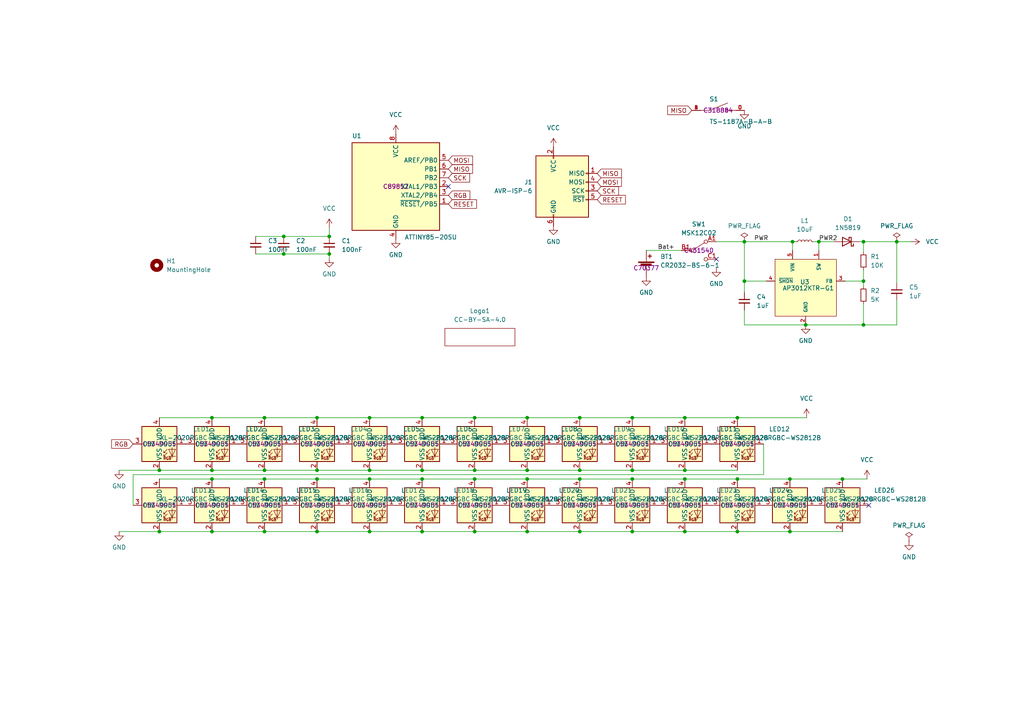
<source format=kicad_sch>
(kicad_sch (version 20211123) (generator eeschema)
  (paper "A4")
  (title_block (title "Blinky Heart") (date "2023-02-05") (rev "v1.0.0") (company "Tweety's Wild Thinking") (comment 1 "Markus Knutsson <markus.knutsson@tweety.se>") (comment 2 "https://github.com/TweetyDaBird") (comment 3 "Licensed under Creative Commons BY-SA 4.0 International "))
  (lib_symbols
    (symbol "AP3012KTR-G1:AP3012KTR-G1" (pin_names (offset 1.016))
      (property "Reference" "U" (at -10.16 11.43 0))
      (property "Value" "AP3012KTR-G1" (at -7.62 -1.27 0))
      (symbol "AP3012KTR-G1_0_0"
        (rectangle (start -8.89 10.16) (end 8.89 -6.35) (stroke (width 0.1524)) (fill (type background)))
        (pin passive line (at 3.81 12.7 270) (length 2.54) (name "SW") (number "1"))
        (pin power_in line (at 0 -8.89 90) (length 2.54) (name "GND") (number "2"))
        (pin input line (at 11.43 3.81 180) (length 2.54) (name "FB") (number "3"))
        (pin input line (at -11.43 3.81 0) (length 2.54) (name "~{SHDN}") (number "4"))
        (pin power_in line (at -3.81 12.7 270) (length 2.54) (name "VIN") (number "5"))
      )
    )
    (symbol "Connector:AVR-ISP-6" (pin_names (offset 1.016))
      (property "Reference" "J" (at -6.35 11.43 0))
      (property "Value" "AVR-ISP-6" (at 0 11.43 0))
      (symbol "AVR-ISP-6_0_1"
        (rectangle (start -2.667 -6.858) (end -2.413 -7.62))
        (rectangle (start -2.667 10.16) (end -2.413 9.398))
        (rectangle (start 7.62 -2.413) (end 6.858 -2.667))
        (rectangle (start 7.62 0.127) (end 6.858 -0.127))
        (rectangle (start 7.62 2.667) (end 6.858 2.413))
        (rectangle (start 7.62 5.207) (end 6.858 4.953))
        (rectangle (start 7.62 10.16) (end -7.62 -7.62) (stroke (width 0.254)) (fill (type background)))
      )
      (symbol "AVR-ISP-6_1_1"
        (pin passive line (at 10.16 5.08 180) (length 2.54) (name "MISO") (number "1"))
        (pin passive line (at -2.54 12.7 270) (length 2.54) (name "VCC") (number "2"))
        (pin passive line (at 10.16 0 180) (length 2.54) (name "SCK") (number "3"))
        (pin passive line (at 10.16 2.54 180) (length 2.54) (name "MOSI") (number "4"))
        (pin passive line (at 10.16 -2.54 180) (length 2.54) (name "~{RST}") (number "5"))
        (pin passive line (at -2.54 -10.16 90) (length 2.54) (name "GND") (number "6"))
      )
    )
    (symbol "Device:C_Small" (pin_numbers hide) (pin_names (offset 0.254) hide)
      (property "Reference" "C" (at 0.254 1.778 0))
      (property "Value" "C_Small" (at 0.254 -2.032 0))
      (symbol "C_Small_0_1"
        (polyline (pts (xy -1.524 -0.508) (xy 1.524 -0.508)) (stroke (width 0.3302)))
        (polyline (pts (xy -1.524 0.508) (xy 1.524 0.508)) (stroke (width 0.3048)))
      )
      (symbol "C_Small_1_1"
        (pin passive line (at 0 2.54 270) (length 2.032) (name "~") (number "1"))
        (pin passive line (at 0 -2.54 90) (length 2.032) (name "~") (number "2"))
      )
    )
    (symbol "Device:L_Small" (pin_numbers hide) (pin_names (offset 0.254) hide)
      (property "Reference" "L" (at 0.762 1.016 0))
      (property "Value" "L_Small" (at 0.762 -1.016 0))
      (symbol "L_Small_0_1"
        (arc (start 0 -2.032) (mid 0.508 -1.524) (end 0 -1.016))
        (arc (start 0 -1.016) (mid 0.508 -0.508) (end 0 0))
        (arc (start 0 0) (mid 0.508 0.508) (end 0 1.016))
        (arc (start 0 1.016) (mid 0.508 1.524) (end 0 2.032))
      )
      (symbol "L_Small_1_1"
        (pin passive line (at 0 2.54 270) (length 0.508) (name "~") (number "1"))
        (pin passive line (at 0 -2.54 90) (length 0.508) (name "~") (number "2"))
      )
    )
    (symbol "Device:R_Small" (pin_numbers hide) (pin_names (offset 0.254) hide)
      (property "Reference" "R" (at 0.762 0.508 0))
      (property "Value" "R_Small" (at 0.762 -1.016 0))
      (symbol "R_Small_0_1"
        (rectangle (start -0.762 1.778) (end 0.762 -1.778) (stroke (width 0.2032)))
      )
      (symbol "R_Small_1_1"
        (pin passive line (at 0 2.54 270) (length 0.762) (name "~") (number "1"))
        (pin passive line (at 0 -2.54 90) (length 0.762) (name "~") (number "2"))
      )
    )
    (symbol "Diode:1N5819" (pin_numbers hide) (pin_names (offset 1.016) hide)
      (property "Reference" "D" (at 0 2.54 0))
      (property "Value" "1N5819" (at 0 -2.54 0))
      (symbol "1N5819_0_1"
        (polyline (pts (xy 1.27 0) (xy -1.27 0)))
        (polyline (pts (xy 1.27 1.27) (xy 1.27 -1.27) (xy -1.27 0) (xy 1.27 1.27)) (stroke (width 0.254)))
        (polyline (pts (xy -1.905 0.635) (xy -1.905 1.27) (xy -1.27 1.27) (xy -1.27 -1.27) (xy -0.635 -1.27) (xy -0.635 -0.635)) (stroke (width 0.254)))
      )
      (symbol "1N5819_1_1"
        (pin passive line (at -3.81 0 0) (length 2.54) (name "K") (number "1"))
        (pin passive line (at 3.81 0 180) (length 2.54) (name "A") (number "2"))
      )
    )
    (symbol "LCSC Parts:ATtiny25V-10S"
      (property "Reference" "U" (at -12.7 13.97 0))
      (property "Value" "ATtiny25V-10S" (at 2.54 -13.97 0))
      (property "LCSC" "C152192" (at 0 0 0))
      (symbol "ATtiny25V-10S_0_1"
        (rectangle (start -12.7 -12.7) (end 12.7 12.7) (stroke (width 0.254)) (fill (type background)))
      )
      (symbol "ATtiny25V-10S_1_1"
        (pin bidirectional line (at 15.24 -5.08 180) (length 2.54) (name "~{RESET}/PB5") (number "1"))
        (pin bidirectional line (at 15.24 0 180) (length 2.54) (name "XTAL1/PB3") (number "2"))
        (pin bidirectional line (at 15.24 -2.54 180) (length 2.54) (name "XTAL2/PB4") (number "3"))
        (pin power_in line (at 0 -15.24 90) (length 2.54) (name "GND") (number "4"))
        (pin bidirectional line (at 15.24 7.62 180) (length 2.54) (name "AREF/PB0") (number "5"))
        (pin bidirectional line (at 15.24 5.08 180) (length 2.54) (name "PB1") (number "6"))
        (pin bidirectional line (at 15.24 2.54 180) (length 2.54) (name "PB2") (number "7"))
        (pin power_in line (at 0 15.24 270) (length 2.54) (name "VCC") (number "8"))
      )
    )
    (symbol "LCSC Parts:CR2032-BS-6-1" (pin_numbers hide) (pin_names (offset 0) hide)
      (property "Reference" "BT1" (at 4.064 3.3021 0))
      (property "Value" "CR2032-BS-6-1" (at 4.064 0.7621 0))
      (property "LCSC" "C70377" (at 0 0 0))
      (symbol "CR2032-BS-6-1_0_1"
        (rectangle (start -2.286 1.778) (end 2.286 1.524) (fill (type outline)))
        (rectangle (start -1.5748 1.1938) (end 1.4732 0.6858) (fill (type outline)))
        (polyline (pts (xy 0 0.762) (xy 0 0)))
        (polyline (pts (xy 0 1.778) (xy 0 2.54)))
        (polyline (pts (xy 0.508 3.429) (xy 1.524 3.429)) (stroke (width 0.254)))
        (polyline (pts (xy 1.016 3.937) (xy 1.016 2.921)) (stroke (width 0.254)))
      )
      (symbol "CR2032-BS-6-1_1_1"
        (pin passive line (at 0 5.08 270) (length 2.54) (name "+") (number "1"))
        (pin passive line (at 0 -2.54 90) (length 2.54) (name "-") (number "2"))
      )
    )
    (symbol "LCSC Parts:MSK12C02" (pin_names (offset 0) hide)
      (property "Reference" "SW" (at 0 7.62 0))
      (property "Value" "MSK12C02" (at 0 5.08 0))
      (property "LCSC" "C431540" (at 0 0 0))
      (symbol "MSK12C02_0_0"
        (circle (center -2.032 0) (radius 0.508))
        (circle (center 2.032 -2.54) (radius 0.508))
      )
      (symbol "MSK12C02_0_1"
        (polyline (pts (xy -1.524 0.254) (xy 1.651 2.286)))
        (circle (center 2.032 2.54) (radius 0.508))
      )
      (symbol "MSK12C02_1_1"
        (pin passive line (at 5.08 2.54 180) (length 2.54) (name "A") (number "A1"))
        (pin passive line (at -5.08 0 0) (length 2.54) (name "COM") (number "B1"))
        (pin passive line (at 5.08 -2.54 180) (length 2.54) (name "C1") (number "C1"))
        (pin power_in line (at 5.08 -5.08 180) (length 2.54) hide (name "GND") (number "MP"))
      )
    )
    (symbol "LCSC Parts:TS-1187A-B-A-B" (pin_names (offset 1.016))
      (property "Reference" "S" (at -2.54 2.54 0))
      (property "Value" "TS-1187A-B-A-B" (at -2.54 -2.54 0))
      (property "LCSC" "C318884" (at 0 0 0))
      (symbol "TS-1187A-B-A-B_0_0"
        (polyline (pts (xy -2.54 0) (xy -5.08 0)) (stroke (width 0.1524)))
        (polyline (pts (xy -2.54 0) (xy 2.794 2.1336)) (stroke (width 0.1524)))
        (polyline (pts (xy 5.08 0) (xy 2.921 0)) (stroke (width 0.1524)))
        (circle (center 2.54 0) (radius 0.3302) (stroke (width 0.1524)))
        (pin passive line (at -7.62 0 0) (length 2.54) (name "~") (number "A"))
        (pin passive line (at -7.62 0 0) (length 2.54) (name "~") (number "B"))
        (pin passive line (at 7.62 0 180) (length 2.54) (name "~") (number "C"))
        (pin passive line (at 7.62 0 180) (length 2.54) (name "~") (number "D"))
      )
    )
    (symbol "LCSC Parts:XL-2020RGBC-WS2812B" (pin_names (offset 0.254))
      (property "Reference" "LED9" (at 12.192 4.3307 0))
      (property "Value" "XL-2020RGBC-WS2812B" (at 12.192 1.7907 0))
      (property "LCSC" "C5349955" (at 0 0 0))
      (symbol "XL-2020RGBC-WS2812B_0_0"
        (text "RGB" (at 2.286 -4.191 0) (effects (font (size 0.762 0.762))))
      )
      (symbol "XL-2020RGBC-WS2812B_0_1"
        (polyline (pts (xy 1.27 -3.556) (xy 1.778 -3.556)))
        (polyline (pts (xy 1.27 -2.54) (xy 1.778 -2.54)))
        (polyline (pts (xy 4.699 -3.556) (xy 2.667 -3.556)))
        (polyline (pts (xy 2.286 -2.54) (xy 1.27 -3.556) (xy 1.27 -3.048)))
        (polyline (pts (xy 2.286 -1.524) (xy 1.27 -2.54) (xy 1.27 -2.032)))
        (polyline (pts (xy 3.683 -1.016) (xy 3.683 -3.556) (xy 3.683 -4.064)))
        (polyline (pts (xy 4.699 -1.524) (xy 2.667 -1.524) (xy 3.683 -3.556) (xy 4.699 -1.524)))
        (rectangle (start 5.08 5.08) (end -5.08 -5.08) (stroke (width 0.254)) (fill (type background)))
      )
      (symbol "XL-2020RGBC-WS2812B_1_1"
        (pin output line (at 7.62 0 180) (length 2.54) (name "DOUT") (number "1"))
        (pin power_in line (at 0 -7.62 90) (length 2.54) (name "VSS") (number "2"))
        (pin input line (at -7.62 0 0) (length 2.54) (name "DIN") (number "3"))
        (pin power_in line (at 0 7.62 270) (length 2.54) (name "VDD") (number "4"))
      )
    )
    (symbol "Logotypes:CC-BY-SA-4.0" (pin_names (offset 1.016))
      (property "Reference" "Logo" (at 0 1.27 0))
      (property "Value" "CC-BY-SA-4.0" (at 0 -1.27 0))
      (symbol "CC-BY-SA-4.0_0_1"
        (rectangle (start -10.16 2.54) (end 10.16 -2.54))
      )
    )
    (symbol "Mechanical:MountingHole" (pin_names (offset 1.016))
      (property "Reference" "H" (at 0 5.08 0))
      (property "Value" "MountingHole" (at 0 3.175 0))
      (symbol "MountingHole_0_1"
        (circle (center 0 0) (radius 1.27) (stroke (width 1.27)))
      )
    )
    (symbol "power:GND" (power) (pin_names (offset 0))
      (property "Value" "GND" (at 0 -3.81 0))
      (symbol "GND_0_1"
        (polyline (pts (xy 0 0) (xy 0 -1.27) (xy 1.27 -1.27) (xy 0 -2.54) (xy -1.27 -1.27) (xy 0 -1.27)))
      )
      (symbol "GND_1_1"
        (pin power_in line (at 0 0 270) (length 0) hide (name "GND") (number "1"))
      )
    )
    (symbol "power:PWR_FLAG" (power) (pin_numbers hide) (pin_names (offset 0) hide)
      (property "Value" "PWR_FLAG" (at 0 3.81 0))
      (symbol "PWR_FLAG_0_0"
        (pin power_out line (at 0 0 90) (length 0) (name "pwr") (number "1"))
      )
      (symbol "PWR_FLAG_0_1"
        (polyline (pts (xy 0 0) (xy 0 1.27) (xy -1.016 1.905) (xy 0 2.54) (xy 1.016 1.905) (xy 0 1.27)))
      )
    )
    (symbol "power:VCC" (power) (pin_names (offset 0))
      (property "Value" "VCC" (at 0 3.81 0))
      (symbol "VCC_0_1"
        (polyline (pts (xy -0.762 1.27) (xy 0 2.54)))
        (polyline (pts (xy 0 0) (xy 0 2.54)))
        (polyline (pts (xy 0 2.54) (xy 0.762 1.27)))
      )
      (symbol "VCC_1_1"
        (pin power_in line (at 0 0 90) (length 0) hide (name "VCC") (number "1"))
      )
    )
  )
  (junction (at 61.468 136.398))
  (junction (at 168.148 138.938))
  (junction (at 260.096 70.104))
  (junction (at 137.668 138.938))
  (junction (at 229.87 70.104))
  (junction (at 213.868 121.158))
  (junction (at 152.908 121.158))
  (junction (at 82.296 68.58))
  (junction (at 183.388 121.158))
  (junction (at 215.9 81.534))
  (junction (at 152.908 138.938))
  (junction (at 61.468 138.938))
  (junction (at 107.188 138.938))
  (junction (at 46.228 136.398))
  (junction (at 76.708 154.178))
  (junction (at 61.468 154.178))
  (junction (at 233.68 94.234))
  (junction (at 213.868 154.178))
  (junction (at 95.504 68.58))
  (junction (at 168.148 136.398))
  (junction (at 229.108 138.938))
  (junction (at 76.708 138.938))
  (junction (at 122.428 138.938))
  (junction (at 183.388 138.938))
  (junction (at 107.188 121.158))
  (junction (at 198.628 138.938))
  (junction (at 229.108 154.178))
  (junction (at 122.428 121.158))
  (junction (at 46.228 154.178))
  (junction (at 250.444 81.534))
  (junction (at 244.348 138.938))
  (junction (at 61.468 121.158))
  (junction (at 168.148 121.158))
  (junction (at 168.148 154.178))
  (junction (at 198.628 136.398))
  (junction (at 82.296 73.66))
  (junction (at 137.668 154.178))
  (junction (at 76.708 121.158))
  (junction (at 250.444 94.234))
  (junction (at 122.428 154.178))
  (junction (at 91.948 121.158))
  (junction (at 215.9 70.104))
  (junction (at 95.504 73.66))
  (junction (at 198.628 121.158))
  (junction (at 183.388 154.178))
  (junction (at 91.948 138.938))
  (junction (at 91.948 154.178))
  (junction (at 91.948 136.398))
  (junction (at 107.188 136.398))
  (junction (at 183.388 136.398))
  (junction (at 152.908 136.398))
  (junction (at 198.628 154.178))
  (junction (at 122.428 136.398))
  (junction (at 107.188 154.178))
  (junction (at 213.868 138.938))
  (junction (at 76.708 136.398))
  (junction (at 137.668 136.398))
  (junction (at 152.908 154.178))
  (junction (at 137.668 121.158))
  (junction (at 237.49 70.104))
  (junction (at 250.444 70.104))
  (no_connect (at 251.968 146.558))
  (no_connect (at 130.048 54.102))
  (no_connect (at 207.772 75.184))
  (wire (pts (xy 168.148 154.178) (xy 183.388 154.178)))
  (wire (pts (xy 168.148 121.158) (xy 183.388 121.158)))
  (wire (pts (xy 183.388 138.938) (xy 198.628 138.938)))
  (wire (pts (xy 137.668 138.938) (xy 152.908 138.938)))
  (wire (pts (xy 137.668 121.158) (xy 152.908 121.158)))
  (wire (pts (xy 74.168 73.66) (xy 82.296 73.66)))
  (wire (pts (xy 61.468 154.178) (xy 76.708 154.178)))
  (wire (pts (xy 152.908 138.938) (xy 168.148 138.938)))
  (wire (pts (xy 230.886 70.104) (xy 229.87 70.104)))
  (wire (pts (xy 91.948 136.398) (xy 107.188 136.398)))
  (wire (pts (xy 74.168 68.58) (xy 82.296 68.58)))
  (wire (pts (xy 46.228 154.178) (xy 61.468 154.178)))
  (wire (pts (xy 107.188 136.398) (xy 122.428 136.398)))
  (wire (pts (xy 215.9 89.916) (xy 215.9 94.234)))
  (wire (pts (xy 250.444 70.104) (xy 260.096 70.104)))
  (wire (pts (xy 76.708 138.938) (xy 91.948 138.938)))
  (wire (pts (xy 260.096 70.104) (xy 264.16 70.104)))
  (wire (pts (xy 91.948 121.158) (xy 107.188 121.158)))
  (wire (pts (xy 233.934 121.158) (xy 213.868 121.158)))
  (wire (pts (xy 183.388 136.398) (xy 198.628 136.398)))
  (wire (pts (xy 46.228 121.158) (xy 61.468 121.158)))
  (wire (pts (xy 95.504 74.93) (xy 95.504 73.66)))
  (wire (pts (xy 237.49 70.104) (xy 241.808 70.104)))
  (wire (pts (xy 34.544 136.398) (xy 46.228 136.398)))
  (wire (pts (xy 137.668 136.398) (xy 152.908 136.398)))
  (wire (pts (xy 152.908 154.178) (xy 168.148 154.178)))
  (wire (pts (xy 107.188 138.938) (xy 122.428 138.938)))
  (wire (pts (xy 229.87 70.104) (xy 229.87 72.644)))
  (wire (pts (xy 107.188 121.158) (xy 122.428 121.158)))
  (wire (pts (xy 233.68 94.234) (xy 250.444 94.234)))
  (wire (pts (xy 168.148 136.398) (xy 183.388 136.398)))
  (wire (pts (xy 237.49 70.104) (xy 235.966 70.104)))
  (wire (pts (xy 215.9 81.534) (xy 222.25 81.534)))
  (wire (pts (xy 213.868 154.178) (xy 229.108 154.178)))
  (wire (pts (xy 213.868 138.938) (xy 229.108 138.938)))
  (wire (pts (xy 137.668 154.178) (xy 152.908 154.178)))
  (wire (pts (xy 250.444 70.104) (xy 250.444 73.152)))
  (wire (pts (xy 221.488 128.778) (xy 221.488 137.668)))
  (wire (pts (xy 260.096 94.234) (xy 260.096 87.122)))
  (wire (pts (xy 187.452 72.644) (xy 197.612 72.644)))
  (wire (pts (xy 250.444 94.234) (xy 260.096 94.234)))
  (wire (pts (xy 152.908 136.398) (xy 168.148 136.398)))
  (wire (pts (xy 183.388 121.158) (xy 198.628 121.158)))
  (wire (pts (xy 122.428 138.938) (xy 137.668 138.938)))
  (wire (pts (xy 34.544 154.178) (xy 46.228 154.178)))
  (wire (pts (xy 61.468 138.938) (xy 76.708 138.938)))
  (wire (pts (xy 215.9 94.234) (xy 233.68 94.234)))
  (wire (pts (xy 76.708 136.398) (xy 91.948 136.398)))
  (wire (pts (xy 245.11 81.534) (xy 250.444 81.534)))
  (wire (pts (xy 91.948 138.938) (xy 107.188 138.938)))
  (wire (pts (xy 152.908 121.158) (xy 168.148 121.158)))
  (wire (pts (xy 215.9 84.836) (xy 215.9 81.534)))
  (wire (pts (xy 76.708 154.178) (xy 91.948 154.178)))
  (wire (pts (xy 250.444 81.534) (xy 250.444 83.058)))
  (wire (pts (xy 198.628 121.158) (xy 213.868 121.158)))
  (wire (pts (xy 46.228 138.938) (xy 61.468 138.938)))
  (wire (pts (xy 76.708 121.158) (xy 91.948 121.158)))
  (wire (pts (xy 250.444 78.232) (xy 250.444 81.534)))
  (wire (pts (xy 250.444 88.138) (xy 250.444 94.234)))
  (wire (pts (xy 95.504 66.04) (xy 95.504 68.58)))
  (wire (pts (xy 251.46 138.938) (xy 244.348 138.938)))
  (wire (pts (xy 237.49 70.104) (xy 237.49 72.644)))
  (wire (pts (xy 198.628 154.178) (xy 213.868 154.178)))
  (wire (pts (xy 260.096 70.104) (xy 260.096 82.042)))
  (wire (pts (xy 82.296 68.58) (xy 95.504 68.58)))
  (wire (pts (xy 249.428 70.104) (xy 250.444 70.104)))
  (wire (pts (xy 215.9 70.104) (xy 229.87 70.104)))
  (wire (pts (xy 168.148 138.938) (xy 183.388 138.938)))
  (wire (pts (xy 198.628 138.938) (xy 213.868 138.938)))
  (wire (pts (xy 229.108 154.178) (xy 244.348 154.178)))
  (wire (pts (xy 38.608 137.668) (xy 38.608 146.558)))
  (wire (pts (xy 61.468 136.398) (xy 76.708 136.398)))
  (wire (pts (xy 229.108 138.938) (xy 244.348 138.938)))
  (wire (pts (xy 61.468 121.158) (xy 76.708 121.158)))
  (wire (pts (xy 122.428 121.158) (xy 137.668 121.158)))
  (wire (pts (xy 91.948 154.178) (xy 107.188 154.178)))
  (wire (pts (xy 122.428 154.178) (xy 137.668 154.178)))
  (wire (pts (xy 82.296 73.66) (xy 95.504 73.66)))
  (wire (pts (xy 221.488 137.668) (xy 38.608 137.668)))
  (wire (pts (xy 207.772 70.104) (xy 215.9 70.104)))
  (wire (pts (xy 122.428 136.398) (xy 137.668 136.398)))
  (wire (pts (xy 183.388 154.178) (xy 198.628 154.178)))
  (wire (pts (xy 198.628 136.398) (xy 213.868 136.398)))
  (wire (pts (xy 215.9 81.534) (xy 215.9 70.104)))
  (wire (pts (xy 46.228 136.398) (xy 61.468 136.398)))
  (wire (pts (xy 107.188 154.178) (xy 122.428 154.178)))
  (label "Bat+" (at 190.754 72.644 0))
  (label "PWR" (at 218.6884 70.104 0))
  (label "PWR2" (at 237.49 70.104 0))
  (global_label "SCK" (shape input) (at 130.048 51.562 0) (property "Intersheet References" "${INTERSHEET_REFS}" (effects hide)))
  (global_label "MOSI" (shape input) (at 173.228 52.832 0) (property "Intersheet References" "${INTERSHEET_REFS}" (effects hide)))
  (global_label "MISO" (shape input) (at 173.228 50.292 0) (property "Intersheet References" "${INTERSHEET_REFS}" (effects hide)))
  (global_label "RGB" (shape input) (at 38.608 128.778 180) (property "Intersheet References" "${INTERSHEET_REFS}" (effects hide)))
  (global_label "SCK" (shape input) (at 173.228 55.372 0) (property "Intersheet References" "${INTERSHEET_REFS}" (effects hide)))
  (global_label "RESET" (shape input) (at 130.048 59.182 0) (property "Intersheet References" "${INTERSHEET_REFS}" (effects hide)))
  (global_label "RGB" (shape input) (at 130.048 56.642 0) (property "Intersheet References" "${INTERSHEET_REFS}" (effects hide)))
  (global_label "MOSI" (shape input) (at 130.048 46.482 0) (property "Intersheet References" "${INTERSHEET_REFS}" (effects hide)))
  (global_label "MISO" (shape input) (at 200.66 32.004 180) (property "Intersheet References" "${INTERSHEET_REFS}" (effects hide)))
  (global_label "MISO" (shape input) (at 130.048 49.022 0) (property "Intersheet References" "${INTERSHEET_REFS}" (effects hide)))
  (global_label "RESET" (shape input) (at 173.228 57.912 0) (property "Intersheet References" "${INTERSHEET_REFS}" (effects hide)))
  (symbol (lib_id "power:GND") (at 263.652 156.972 0) (unit 1)
    (property "Reference" "#PWR0113" (effects hide))
    (property "Value" "GND" (at 263.652 161.544 0))
  )
  (symbol (lib_id "LCSC Parts:XL-2020RGBC-WS2812B") (at 213.868 128.778 0) (unit 1)
    (property "Reference" "LED12" (at 226.06 124.4473 0))
    (property "Value" "XL-2020RGBC-WS2812B" (at 226.06 126.9873 0))
    (property "Footprint" "WS2812-2020:LED_WS2812-2020" (effects hide))
    (property "Datasheet" "https://datasheet.lcsc.com/lcsc/2301111010_XINGLIGHT-XL-2020RGBC-WS2812B_C5349955.pdf" (effects hide))
    (property "LCSC" "C5349955" (at 213.868 128.778 0))
  )
  (symbol (lib_id "LCSC Parts:XL-2020RGBC-WS2812B") (at 244.348 146.558 0) (unit 1)
    (property "Reference" "LED26" (at 256.54 142.2273 0))
    (property "Value" "XL-2020RGBC-WS2812B" (at 256.54 144.7673 0))
    (property "Footprint" "WS2812-2020:LED_WS2812-2020" (effects hide))
    (property "Datasheet" "https://datasheet.lcsc.com/lcsc/2301111010_XINGLIGHT-XL-2020RGBC-WS2812B_C5349955.pdf" (effects hide))
    (property "LCSC" "C5349955" (at 244.348 146.558 0))
  )
  (symbol (lib_id "power:VCC") (at 251.46 138.938 0) (unit 1)
    (property "Reference" "#PWR0109" (effects hide))
    (property "Value" "VCC" (at 251.46 133.35 0))
  )
  (symbol (lib_id "LCSC Parts:XL-2020RGBC-WS2812B") (at 122.428 146.558 0) (unit 1)
    (property "Reference" "LED18" (at 134.62 142.2273 0))
    (property "Value" "XL-2020RGBC-WS2812B" (at 134.62 144.7673 0))
    (property "Footprint" "WS2812-2020:LED_WS2812-2020" (effects hide))
    (property "Datasheet" "https://datasheet.lcsc.com/lcsc/2301111010_XINGLIGHT-XL-2020RGBC-WS2812B_C5349955.pdf" (effects hide))
    (property "LCSC" "C5349955" (at 122.428 146.558 0))
  )
  (symbol (lib_id "LCSC Parts:XL-2020RGBC-WS2812B") (at 107.188 128.778 0) (unit 1)
    (property "Reference" "LED5" (at 119.38 124.4473 0))
    (property "Value" "XL-2020RGBC-WS2812B" (at 119.38 126.9873 0))
    (property "Footprint" "WS2812-2020:LED_WS2812-2020" (effects hide))
    (property "Datasheet" "https://datasheet.lcsc.com/lcsc/2301111010_XINGLIGHT-XL-2020RGBC-WS2812B_C5349955.pdf" (effects hide))
    (property "LCSC" "C5349955" (at 107.188 128.778 0))
  )
  (symbol (lib_id "LCSC Parts:XL-2020RGBC-WS2812B") (at 213.868 146.558 0) (unit 1)
    (property "Reference" "LED24" (at 226.06 142.2273 0))
    (property "Value" "XL-2020RGBC-WS2812B" (at 226.06 144.7673 0))
    (property "Footprint" "WS2812-2020:LED_WS2812-2020" (effects hide))
    (property "Datasheet" "https://datasheet.lcsc.com/lcsc/2301111010_XINGLIGHT-XL-2020RGBC-WS2812B_C5349955.pdf" (effects hide))
    (property "LCSC" "C5349955" (at 213.868 146.558 0))
  )
  (symbol (lib_id "power:GND") (at 95.504 74.93 0) (unit 1)
    (property "Reference" "#PWR0105" (effects hide))
    (property "Value" "GND" (at 95.504 79.502 0))
  )
  (symbol (lib_id "LCSC Parts:XL-2020RGBC-WS2812B") (at 46.228 146.558 0) (unit 1)
    (property "Reference" "LED13" (at 58.42 142.2273 0))
    (property "Value" "XL-2020RGBC-WS2812B" (at 58.42 144.7673 0))
    (property "Footprint" "WS2812-2020:LED_WS2812-2020" (effects hide))
    (property "Datasheet" "https://datasheet.lcsc.com/lcsc/2301111010_XINGLIGHT-XL-2020RGBC-WS2812B_C5349955.pdf" (effects hide))
    (property "LCSC" "C5349955" (at 46.228 146.558 0))
  )
  (symbol (lib_id "power:VCC") (at 95.504 66.04 0) (unit 1)
    (property "Reference" "#PWR0106" (effects hide))
    (property "Value" "VCC" (at 95.504 60.452 0))
  )
  (symbol (lib_id "LCSC Parts:MSK12C02") (at 202.692 72.644 0) (unit 1)
    (property "Reference" "SW1" (at 202.692 65.024 0))
    (property "Value" "MSK12C02" (at 202.692 67.564 0))
    (property "Footprint" "Keyboard Common:MSK12C02" (effects hide))
    (property "LCSC" "C431540" (at 202.692 72.644 0))
  )
  (symbol (lib_id "Device:C_Small") (at 260.096 84.582 0) (unit 1)
    (property "Reference" "C5" (at 263.652 83.3182 0) (effects (justify left)))
    (property "Value" "1uF" (at 263.652 85.8582 0) (effects (justify left)))
    (property "Footprint" "Capacitor_SMD:C_0603_1608Metric_Pad1.08x0.95mm_HandSolder" (effects hide))
    (property "LCSC" "C15849" (effects hide))
  )
  (symbol (lib_id "Diode:1N5819") (at 245.618 70.104 180) (unit 1)
    (property "Reference" "D1" (at 245.9355 63.5 0))
    (property "Value" "1N5819" (at 245.9355 66.04 0))
    (property "Footprint" "Diode_SMD:D_SMA" (effects hide))
    (property "Datasheet" "http://www.vishay.com/docs/88525/1n5817.pdf" (effects hide))
    (property "LCSC" "C437199" (effects hide))
  )
  (symbol (lib_id "LCSC Parts:ATtiny25V-10S") (at 114.808 54.102 0) (unit 1)
    (property "Reference" "U1" (at 102.108 40.132 0) (effects (justify left bottom)))
    (property "Value" "ATTINY85-20SU" (at 117.348 68.072 0) (effects (justify left top)))
    (property "Footprint" "Package_SO:SOIC-8W_5.3x5.3mm_P1.27mm" (effects hide))
    (property "Datasheet" "http://ww1.microchip.com/downloads/en/DeviceDoc/atmel-2586-avr-8-bit-microcontroller-attiny25-attiny45-attiny85_datasheet.pdf" (effects hide))
    (property "LCSC" "C89852" (at 114.808 54.102 0))
  )
  (symbol (lib_id "power:GND") (at 207.772 77.724 0) (unit 1)
    (property "Reference" "#PWR02" (effects hide))
    (property "Value" "GND" (at 207.772 82.296 0))
  )
  (symbol (lib_id "Mechanical:MountingHole") (at 45.466 76.962 0) (unit 1)
    (property "Reference" "H1" (at 48.26 75.6919 0) (effects (justify left)))
    (property "Value" "MountingHole" (at 48.26 78.2319 0) (effects (justify left)))
    (property "Footprint" "MountingHole:MountingHole_3.2mm_M3" (effects hide))
  )
  (symbol (lib_id "power:VCC") (at 160.528 42.672 0) (unit 1)
    (property "Reference" "#PWR0104" (effects hide))
    (property "Value" "VCC" (at 160.528 37.084 0))
  )
  (symbol (lib_id "power:PWR_FLAG") (at 260.096 70.104 0) (unit 1)
    (property "Reference" "#FLG0103" (effects hide))
    (property "Value" "PWR_FLAG" (at 260.096 65.532 0))
  )
  (symbol (lib_id "power:VCC") (at 233.934 121.158 0) (unit 1)
    (property "Reference" "#PWR0108" (effects hide))
    (property "Value" "VCC" (at 233.934 115.57 0))
  )
  (symbol (lib_id "Device:R_Small") (at 250.444 85.598 0) (unit 1)
    (property "Reference" "R2" (at 252.476 84.3279 0) (effects (justify left)))
    (property "Value" "5K" (at 252.476 86.8679 0) (effects (justify left)))
    (property "Footprint" "Resistor_SMD:R_0603_1608Metric_Pad0.98x0.95mm_HandSolder" (effects hide))
    (property "LCSC" "C2828621" (effects hide))
  )
  (symbol (lib_id "power:VCC") (at 114.808 38.862 0) (unit 1)
    (property "Reference" "#PWR0101" (effects hide))
    (property "Value" "VCC" (at 114.808 33.274 0))
  )
  (symbol (lib_id "LCSC Parts:XL-2020RGBC-WS2812B") (at 76.708 128.778 0) (unit 1)
    (property "Reference" "LED3" (at 88.9 124.4473 0))
    (property "Value" "XL-2020RGBC-WS2812B" (at 88.9 126.9873 0))
    (property "Footprint" "WS2812-2020:LED_WS2812-2020" (effects hide))
    (property "Datasheet" "https://datasheet.lcsc.com/lcsc/2301111010_XINGLIGHT-XL-2020RGBC-WS2812B_C5349955.pdf" (effects hide))
    (property "LCSC" "C5349955" (at 76.708 128.778 0))
  )
  (symbol (lib_id "LCSC Parts:TS-1187A-B-A-B") (at 208.28 32.004 0) (unit 1)
    (property "Reference" "S1" (at 205.74 29.464 0) (effects (justify left bottom)))
    (property "Value" "TS-1187A-B-A-B" (at 205.74 34.544 0) (effects (justify left top)))
    (property "Footprint" "SW_TS-1187A-B-A-B" (effects hide))
    (property "STANDARD" "Manufacturer Recommendations" (effects hide))
    (property "MAXIMUM_PACKAGE_HEIGHT" "1.5mm" (effects hide))
    (property "PARTREV" "A0" (effects hide))
    (property "MANUFACTURER" "XKB Industrial Precision" (effects hide))
    (property "LCSC" "C318884" (at 208.28 32.004 0))
  )
  (symbol (lib_id "Connector:AVR-ISP-6") (at 163.068 55.372 0) (unit 1)
    (property "Reference" "J1" (at 154.432 52.8319 0) (effects (justify right)))
    (property "Value" "AVR-ISP-6" (at 154.432 55.3719 0) (effects (justify right)))
    (property "Footprint" "Connector_PinHeader_2.54mm:PinHeader_2x03_P2.54mm_Vertical" (effects hide))
    (property "Datasheet" " ~" (effects hide))
  )
  (symbol (lib_id "power:GND") (at 187.452 80.264 0) (unit 1)
    (property "Reference" "#PWR03" (effects hide))
    (property "Value" "GND" (at 187.452 84.836 0))
  )
  (symbol (lib_id "LCSC Parts:XL-2020RGBC-WS2812B") (at 76.708 146.558 0) (unit 1)
    (property "Reference" "LED15" (at 88.9 142.2273 0))
    (property "Value" "XL-2020RGBC-WS2812B" (at 88.9 144.7673 0))
    (property "Footprint" "WS2812-2020:LED_WS2812-2020" (effects hide))
    (property "Datasheet" "https://datasheet.lcsc.com/lcsc/2301111010_XINGLIGHT-XL-2020RGBC-WS2812B_C5349955.pdf" (effects hide))
    (property "LCSC" "C5349955" (at 76.708 146.558 0))
  )
  (symbol (lib_id "power:GND") (at 233.68 94.234 0) (unit 1)
    (property "Reference" "#PWR04" (effects hide))
    (property "Value" "GND" (at 233.68 98.806 0))
  )
  (symbol (lib_id "LCSC Parts:XL-2020RGBC-WS2812B") (at 229.108 146.558 0) (unit 1)
    (property "Reference" "LED25" (at 241.3 142.2273 0))
    (property "Value" "XL-2020RGBC-WS2812B" (at 241.3 144.7673 0))
    (property "Footprint" "WS2812-2020:LED_WS2812-2020" (effects hide))
    (property "Datasheet" "https://datasheet.lcsc.com/lcsc/2301111010_XINGLIGHT-XL-2020RGBC-WS2812B_C5349955.pdf" (effects hide))
    (property "LCSC" "C5349955" (at 229.108 146.558 0))
  )
  (symbol (lib_id "power:PWR_FLAG") (at 263.652 156.972 0) (unit 1)
    (property "Reference" "#FLG0101" (effects hide))
    (property "Value" "PWR_FLAG" (at 263.652 152.4 0))
  )
  (symbol (lib_id "LCSC Parts:XL-2020RGBC-WS2812B") (at 91.948 128.778 0) (unit 1)
    (property "Reference" "LED4" (at 104.14 124.4473 0))
    (property "Value" "XL-2020RGBC-WS2812B" (at 104.14 126.9873 0))
    (property "Footprint" "WS2812-2020:LED_WS2812-2020" (effects hide))
    (property "Datasheet" "https://datasheet.lcsc.com/lcsc/2301111010_XINGLIGHT-XL-2020RGBC-WS2812B_C5349955.pdf" (effects hide))
    (property "LCSC" "C5349955" (at 91.948 128.778 0))
  )
  (symbol (lib_id "LCSC Parts:XL-2020RGBC-WS2812B") (at 61.468 146.558 0) (unit 1)
    (property "Reference" "LED14" (at 73.66 142.2273 0))
    (property "Value" "XL-2020RGBC-WS2812B" (at 73.66 144.7673 0))
    (property "Footprint" "WS2812-2020:LED_WS2812-2020" (effects hide))
    (property "Datasheet" "https://datasheet.lcsc.com/lcsc/2301111010_XINGLIGHT-XL-2020RGBC-WS2812B_C5349955.pdf" (effects hide))
    (property "LCSC" "C5349955" (at 61.468 146.558 0))
  )
  (symbol (lib_id "LCSC Parts:XL-2020RGBC-WS2812B") (at 183.388 146.558 0) (unit 1)
    (property "Reference" "LED22" (at 195.58 142.2273 0))
    (property "Value" "XL-2020RGBC-WS2812B" (at 195.58 144.7673 0))
    (property "Footprint" "WS2812-2020:LED_WS2812-2020" (effects hide))
    (property "Datasheet" "https://datasheet.lcsc.com/lcsc/2301111010_XINGLIGHT-XL-2020RGBC-WS2812B_C5349955.pdf" (effects hide))
    (property "LCSC" "C5349955" (at 183.388 146.558 0))
  )
  (symbol (lib_id "Device:C_Small") (at 95.504 71.12 0) (unit 1)
    (property "Reference" "C1" (at 99.06 69.8562 0) (effects (justify left)))
    (property "Value" "100nF" (at 99.06 72.3962 0) (effects (justify left)))
    (property "Footprint" "Capacitor_SMD:C_0603_1608Metric_Pad1.08x0.95mm_HandSolder" (effects hide))
    (property "LCSC" "C14663" (effects hide))
  )
  (symbol (lib_id "LCSC Parts:XL-2020RGBC-WS2812B") (at 168.148 128.778 0) (unit 1)
    (property "Reference" "LED9" (at 180.34 124.4473 0))
    (property "Value" "XL-2020RGBC-WS2812B" (at 180.34 126.9873 0))
    (property "Footprint" "WS2812-2020:LED_WS2812-2020" (effects hide))
    (property "Datasheet" "https://datasheet.lcsc.com/lcsc/2301111010_XINGLIGHT-XL-2020RGBC-WS2812B_C5349955.pdf" (effects hide))
    (property "LCSC" "C5349955" (at 168.148 128.778 0))
  )
  (symbol (lib_id "LCSC Parts:XL-2020RGBC-WS2812B") (at 91.948 146.558 0) (unit 1)
    (property "Reference" "LED16" (at 104.14 142.2273 0))
    (property "Value" "XL-2020RGBC-WS2812B" (at 104.14 144.7673 0))
    (property "Footprint" "WS2812-2020:LED_WS2812-2020" (effects hide))
    (property "Datasheet" "https://datasheet.lcsc.com/lcsc/2301111010_XINGLIGHT-XL-2020RGBC-WS2812B_C5349955.pdf" (effects hide))
    (property "LCSC" "C5349955" (at 91.948 146.558 0))
  )
  (symbol (lib_id "LCSC Parts:XL-2020RGBC-WS2812B") (at 46.228 128.778 0) (unit 1)
    (property "Reference" "LED1" (at 58.42 124.4473 0))
    (property "Value" "XL-2020RGBC-WS2812B" (at 58.42 126.9873 0))
    (property "Footprint" "WS2812-2020:LED_WS2812-2020" (effects hide))
    (property "Datasheet" "https://datasheet.lcsc.com/lcsc/2301111010_XINGLIGHT-XL-2020RGBC-WS2812B_C5349955.pdf" (effects hide))
    (property "LCSC" "C5349955" (at 46.228 128.778 0))
  )
  (symbol (lib_id "LCSC Parts:XL-2020RGBC-WS2812B") (at 61.468 128.778 0) (unit 1)
    (property "Reference" "LED2" (at 73.66 124.4473 0))
    (property "Value" "XL-2020RGBC-WS2812B" (at 73.66 126.9873 0))
    (property "Footprint" "WS2812-2020:LED_WS2812-2020" (effects hide))
    (property "Datasheet" "https://datasheet.lcsc.com/lcsc/2301111010_XINGLIGHT-XL-2020RGBC-WS2812B_C5349955.pdf" (effects hide))
    (property "LCSC" "C5349955" (at 61.468 128.778 0))
  )
  (symbol (lib_id "AP3012KTR-G1:AP3012KTR-G1") (at 233.68 85.344 0) (unit 1)
    (property "Reference" "U3" (at 233.426 81.788 0))
    (property "Value" "AP3012KTR-G1" (at 234.442 83.566 0))
    (property "Footprint" "SOT95P280X145-5N" (effects hide))
    (property "STANDARD" "IPC 7351B" (effects hide))
    (property "MAXIMUM_PACKAGE_HEIGHT" "1.45 mm" (effects hide))
    (property "MANUFACTURER" "Diodes Inc." (effects hide))
    (property "PARTREV" "1.6" (effects hide))
    (property "LCSC" "C102618" (effects hide))
  )
  (symbol (lib_id "LCSC Parts:XL-2020RGBC-WS2812B") (at 183.388 128.778 0) (unit 1)
    (property "Reference" "LED10" (at 195.58 124.4473 0))
    (property "Value" "XL-2020RGBC-WS2812B" (at 195.58 126.9873 0))
    (property "Footprint" "WS2812-2020:LED_WS2812-2020" (effects hide))
    (property "Datasheet" "https://datasheet.lcsc.com/lcsc/2301111010_XINGLIGHT-XL-2020RGBC-WS2812B_C5349955.pdf" (effects hide))
    (property "LCSC" "C5349955" (at 183.388 128.778 0))
  )
  (symbol (lib_id "power:VCC") (at 264.16 70.104 270) (unit 1)
    (property "Reference" "#PWR0112" (effects hide))
    (property "Value" "VCC" (at 268.478 70.1039 90) (effects (justify left)))
  )
  (symbol (lib_id "Device:C_Small") (at 82.296 71.12 0) (unit 1)
    (property "Reference" "C2" (at 85.852 69.8562 0) (effects (justify left)))
    (property "Value" "100nF" (at 85.852 72.3962 0) (effects (justify left)))
    (property "Footprint" "Capacitor_SMD:C_0603_1608Metric_Pad1.08x0.95mm_HandSolder" (effects hide))
    (property "LCSC" "C14663" (effects hide))
  )
  (symbol (lib_id "LCSC Parts:XL-2020RGBC-WS2812B") (at 107.188 146.558 0) (unit 1)
    (property "Reference" "LED17" (at 119.38 142.2273 0))
    (property "Value" "XL-2020RGBC-WS2812B" (at 119.38 144.7673 0))
    (property "Footprint" "WS2812-2020:LED_WS2812-2020" (effects hide))
    (property "Datasheet" "https://datasheet.lcsc.com/lcsc/2301111010_XINGLIGHT-XL-2020RGBC-WS2812B_C5349955.pdf" (effects hide))
    (property "LCSC" "C5349955" (at 107.188 146.558 0))
  )
  (symbol (lib_id "power:GND") (at 34.544 154.178 0) (unit 1)
    (property "Reference" "#PWR0111" (effects hide))
    (property "Value" "GND" (at 34.544 158.75 0))
  )
  (symbol (lib_id "power:PWR_FLAG") (at 215.9 70.104 0) (unit 1)
    (property "Reference" "#FLG0102" (effects hide))
    (property "Value" "PWR_FLAG" (at 215.9 65.532 0))
  )
  (symbol (lib_id "power:GND") (at 34.544 136.398 0) (unit 1)
    (property "Reference" "#PWR0110" (effects hide))
    (property "Value" "GND" (at 34.544 140.97 0))
  )
  (symbol (lib_id "LCSC Parts:XL-2020RGBC-WS2812B") (at 122.428 128.778 0) (unit 1)
    (property "Reference" "LED6" (at 134.62 124.4473 0))
    (property "Value" "XL-2020RGBC-WS2812B" (at 134.62 126.9873 0))
    (property "Footprint" "WS2812-2020:LED_WS2812-2020" (effects hide))
    (property "Datasheet" "https://datasheet.lcsc.com/lcsc/2301111010_XINGLIGHT-XL-2020RGBC-WS2812B_C5349955.pdf" (effects hide))
    (property "LCSC" "C5349955" (at 122.428 128.778 0))
  )
  (symbol (lib_id "LCSC Parts:XL-2020RGBC-WS2812B") (at 152.908 146.558 0) (unit 1)
    (property "Reference" "LED20" (at 165.1 142.2273 0))
    (property "Value" "XL-2020RGBC-WS2812B" (at 165.1 144.7673 0))
    (property "Footprint" "WS2812-2020:LED_WS2812-2020" (effects hide))
    (property "Datasheet" "https://datasheet.lcsc.com/lcsc/2301111010_XINGLIGHT-XL-2020RGBC-WS2812B_C5349955.pdf" (effects hide))
    (property "LCSC" "C5349955" (at 152.908 146.558 0))
  )
  (symbol (lib_id "Device:L_Small") (at 233.426 70.104 90) (unit 1)
    (property "Reference" "L1" (at 233.426 64.008 90))
    (property "Value" "10uF" (at 233.426 66.548 90))
    (property "Footprint" "FDSD0420-H-100M_P3:IND_FDSD0420-H-100M=P3" (effects hide))
    (property "LCSC" "C1329533" (effects hide))
  )
  (symbol (lib_id "Device:C_Small") (at 215.9 87.376 0) (unit 1)
    (property "Reference" "C4" (at 219.456 86.1122 0) (effects (justify left)))
    (property "Value" "1uF" (at 219.456 88.6522 0) (effects (justify left)))
    (property "Footprint" "Capacitor_SMD:C_0603_1608Metric_Pad1.08x0.95mm_HandSolder" (effects hide))
    (property "LCSC" "C15849" (effects hide))
  )
  (symbol (lib_id "LCSC Parts:XL-2020RGBC-WS2812B") (at 198.628 128.778 0) (unit 1)
    (property "Reference" "LED11" (at 210.82 124.4473 0))
    (property "Value" "XL-2020RGBC-WS2812B" (at 210.82 126.9873 0))
    (property "Footprint" "WS2812-2020:LED_WS2812-2020" (effects hide))
    (property "Datasheet" "https://datasheet.lcsc.com/lcsc/2301111010_XINGLIGHT-XL-2020RGBC-WS2812B_C5349955.pdf" (effects hide))
    (property "LCSC" "C5349955" (at 198.628 128.778 0))
  )
  (symbol (lib_id "power:GND") (at 160.528 65.532 0) (unit 1)
    (property "Reference" "#PWR0103" (effects hide))
    (property "Value" "GND" (at 160.528 70.104 0))
  )
  (symbol (lib_id "power:GND") (at 215.9 32.004 0) (unit 1)
    (property "Reference" "#PWR0107" (effects hide))
    (property "Value" "GND" (at 215.9 36.576 0))
  )
  (symbol (lib_id "Device:C_Small") (at 74.168 71.12 0) (unit 1)
    (property "Reference" "C3" (at 77.724 69.8562 0) (effects (justify left)))
    (property "Value" "100nF" (at 77.724 72.3962 0) (effects (justify left)))
    (property "Footprint" "Capacitor_SMD:C_0603_1608Metric_Pad1.08x0.95mm_HandSolder" (effects hide))
    (property "LCSC" "C14663" (effects hide))
  )
  (symbol (lib_id "LCSC Parts:XL-2020RGBC-WS2812B") (at 168.148 146.558 0) (unit 1)
    (property "Reference" "LED21" (at 180.34 142.2273 0))
    (property "Value" "XL-2020RGBC-WS2812B" (at 180.34 144.7673 0))
    (property "Footprint" "WS2812-2020:LED_WS2812-2020" (effects hide))
    (property "Datasheet" "https://datasheet.lcsc.com/lcsc/2301111010_XINGLIGHT-XL-2020RGBC-WS2812B_C5349955.pdf" (effects hide))
    (property "LCSC" "C5349955" (at 168.148 146.558 0))
  )
  (symbol (lib_id "LCSC Parts:XL-2020RGBC-WS2812B") (at 198.628 146.558 0) (unit 1)
    (property "Reference" "LED23" (at 210.82 142.2273 0))
    (property "Value" "XL-2020RGBC-WS2812B" (at 210.82 144.7673 0))
    (property "Footprint" "WS2812-2020:LED_WS2812-2020" (effects hide))
    (property "Datasheet" "https://datasheet.lcsc.com/lcsc/2301111010_XINGLIGHT-XL-2020RGBC-WS2812B_C5349955.pdf" (effects hide))
    (property "LCSC" "C5349955" (at 198.628 146.558 0))
  )
  (symbol (lib_id "LCSC Parts:CR2032-BS-6-1") (at 187.452 77.724 0) (unit 1)
    (property "Reference" "BT1" (at 191.516 74.4219 0) (effects (justify left)))
    (property "Value" "CR2032-BS-6-1" (at 191.516 76.9619 0) (effects (justify left)))
    (property "Footprint" "CR2032-BS-6-1:BAT_CR2032-BS-6-1" (effects hide))
    (property "LCSC" "C70377" (at 187.452 77.724 0))
  )
  (symbol (lib_id "LCSC Parts:XL-2020RGBC-WS2812B") (at 137.668 146.558 0) (unit 1)
    (property "Reference" "LED19" (at 149.86 142.2273 0))
    (property "Value" "XL-2020RGBC-WS2812B" (at 149.86 144.7673 0))
    (property "Footprint" "WS2812-2020:LED_WS2812-2020" (effects hide))
    (property "Datasheet" "https://datasheet.lcsc.com/lcsc/2301111010_XINGLIGHT-XL-2020RGBC-WS2812B_C5349955.pdf" (effects hide))
    (property "LCSC" "C5349955" (at 137.668 146.558 0))
  )
  (symbol (lib_id "Device:R_Small") (at 250.444 75.692 0) (unit 1)
    (property "Reference" "R1" (at 252.476 74.4219 0) (effects (justify left)))
    (property "Value" "10K" (at 252.476 76.9619 0) (effects (justify left)))
    (property "Footprint" "Resistor_SMD:R_0603_1608Metric_Pad0.98x0.95mm_HandSolder" (effects hide))
    (property "LCSC" "C3017715" (effects hide))
  )
  (symbol (lib_id "Logotypes:CC-BY-SA-4.0") (at 139.192 97.79 0) (unit 1)
    (property "Reference" "Logo1" (at 139.192 90.17 0))
    (property "Value" "CC-BY-SA-4.0" (at 139.192 92.71 0))
    (property "Footprint" "Logotypes:CC_BY_SA_40" (effects hide))
  )
  (symbol (lib_id "power:GND") (at 114.808 69.342 0) (unit 1)
    (property "Reference" "#PWR0102" (effects hide))
    (property "Value" "GND" (at 114.808 73.914 0))
  )
  (symbol (lib_id "LCSC Parts:XL-2020RGBC-WS2812B") (at 152.908 128.778 0) (unit 1)
    (property "Reference" "LED8" (at 165.1 124.4473 0))
    (property "Value" "XL-2020RGBC-WS2812B" (at 165.1 126.9873 0))
    (property "Footprint" "WS2812-2020:LED_WS2812-2020" (effects hide))
    (property "Datasheet" "https://datasheet.lcsc.com/lcsc/2301111010_XINGLIGHT-XL-2020RGBC-WS2812B_C5349955.pdf" (effects hide))
    (property "LCSC" "C5349955" (at 152.908 128.778 0))
  )
  (symbol (lib_id "LCSC Parts:XL-2020RGBC-WS2812B") (at 137.668 128.778 0) (unit 1)
    (property "Reference" "LED7" (at 149.86 124.4473 0))
    (property "Value" "XL-2020RGBC-WS2812B" (at 149.86 126.9873 0))
    (property "Footprint" "WS2812-2020:LED_WS2812-2020" (effects hide))
    (property "Datasheet" "https://datasheet.lcsc.com/lcsc/2301111010_XINGLIGHT-XL-2020RGBC-WS2812B_C5349955.pdf" (effects hide))
    (property "LCSC" "C5349955" (at 137.668 128.778 0))
  )
)
</source>
